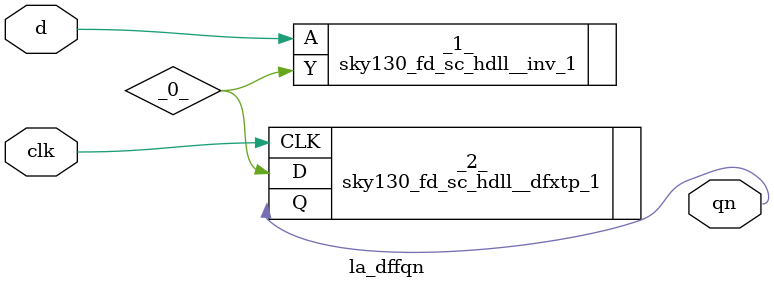
<source format=v>

/* Generated by Yosys 0.37 (git sha1 a5c7f69ed, clang 14.0.0-1ubuntu1.1 -fPIC -Os) */

module la_dffqn(d, clk, qn);
  wire _0_;
  input clk;
  wire clk;
  input d;
  wire d;
  output qn;
  wire qn;
  sky130_fd_sc_hdll__inv_1 _1_ (
    .A(d),
    .Y(_0_)
  );
  sky130_fd_sc_hdll__dfxtp_1 _2_ (
    .CLK(clk),
    .D(_0_),
    .Q(qn)
  );
endmodule

</source>
